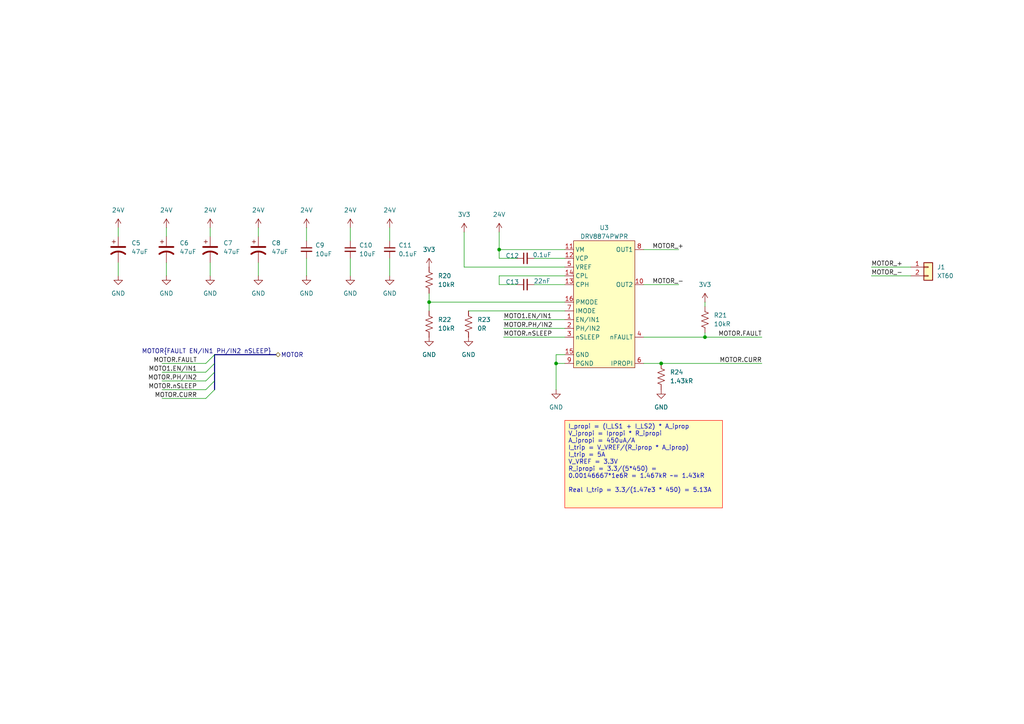
<source format=kicad_sch>
(kicad_sch (version 20231120) (generator "eeschema") (generator_version "8.0")
  (paper "A4")
  (title_block (title "${SHEETNAME}") (date "2024-11-22") (rev "1.0.0") (company "Demeter") (comment 1 "Akshat Doctor"))
  (lib_symbols
    (symbol "Connector_Generic:Conn_01x02" (pin_names (offset 1.016) hide)
      (property "Reference" "J" (at 0 2.54 0))
      (property "Value" "Conn_01x02" (at 0 -5.08 0))
      (symbol "Conn_01x02_1_1"
        (rectangle (start -1.27 -2.413) (end 0 -2.667) (stroke (width 0.1524)))
        (rectangle (start -1.27 0.127) (end 0 -0.127) (stroke (width 0.1524)))
        (rectangle (start -1.27 1.27) (end 1.27 -3.81) (stroke (width 0.254)) (fill (type background)))
        (pin passive line (at -5.08 0 0) (length 3.81) (name "Pin_1") (number "1"))
        (pin passive line (at -5.08 -2.54 0) (length 3.81) (name "Pin_2") (number "2"))
      )
    )
    (symbol "Demeter_Extra:DRV8874"
      (property "Reference" "U4" (at 8.89 40.64 0))
      (property "Value" "DRV8874PWPR" (at 8.89 38.1 0))
      (symbol "DRV8874_1_1"
        (rectangle (start 0 36.83) (end 17.78 0) (fill (type background)))
        (pin input line (at -2.54 13.97 0) (length 2.54) (name "EN/IN1") (number "1"))
        (pin input line (at 20.32 24.13 180) (length 2.54) (name "OUT2") (number "10"))
        (pin input line (at -2.54 34.29 0) (length 2.54) (name "VM") (number "11"))
        (pin input line (at -2.54 31.75 0) (length 2.54) (name "VCP") (number "12"))
        (pin input line (at -2.54 24.13 0) (length 2.54) (name "CPH") (number "13"))
        (pin input line (at -2.54 26.67 0) (length 2.54) (name "CPL") (number "14"))
        (pin input line (at -2.54 3.81 0) (length 2.54) (name "GND") (number "15"))
        (pin input line (at -2.54 19.05 0) (length 2.54) (name "PMODE") (number "16"))
        (pin input line (at -2.54 11.43 0) (length 2.54) (name "PH/IN2") (number "2"))
        (pin input line (at -2.54 8.89 0) (length 2.54) (name "nSLEEP") (number "3"))
        (pin input line (at 20.32 8.89 180) (length 2.54) (name "nFAULT") (number "4"))
        (pin input line (at -2.54 29.21 0) (length 2.54) (name "VREF") (number "5"))
        (pin input line (at 20.32 1.27 180) (length 2.54) (name "IPROPI") (number "6"))
        (pin input line (at -2.54 16.51 0) (length 2.54) (name "IMODE") (number "7"))
        (pin input line (at 20.32 34.29 180) (length 2.54) (name "OUT1") (number "8"))
        (pin input line (at -2.54 1.27 0) (length 2.54) (name "PGND") (number "9"))
      )
    )
    (symbol "Device:C_Polarized_US" (pin_numbers hide) (pin_names (offset 0.254) hide)
      (property "Reference" "C" (at 0.635 2.54 0))
      (property "Value" "C_Polarized_US" (at 0.635 -2.54 0))
      (symbol "C_Polarized_US_0_1"
        (polyline (pts (xy -2.032 0.762) (xy 2.032 0.762)) (stroke (width 0.508)))
        (polyline (pts (xy -1.778 2.286) (xy -0.762 2.286)))
        (polyline (pts (xy -1.27 1.778) (xy -1.27 2.794)))
        (arc (start 2.032 -1.27) (mid 0 -0.5572) (end -2.032 -1.27) (stroke (width 0.508)))
      )
      (symbol "C_Polarized_US_1_1"
        (pin passive line (at 0 3.81 270) (length 2.794) (name "~") (number "1"))
        (pin passive line (at 0 -3.81 90) (length 3.302) (name "~") (number "2"))
      )
    )
    (symbol "Device:C_Small" (pin_numbers hide) (pin_names (offset 0.254) hide)
      (property "Reference" "C" (at 0.254 1.778 0))
      (property "Value" "C_Small" (at 0.254 -2.032 0))
      (symbol "C_Small_0_1"
        (polyline (pts (xy -1.524 -0.508) (xy 1.524 -0.508)) (stroke (width 0.3302)))
        (polyline (pts (xy -1.524 0.508) (xy 1.524 0.508)) (stroke (width 0.3048)))
      )
      (symbol "C_Small_1_1"
        (pin passive line (at 0 2.54 270) (length 2.032) (name "~") (number "1"))
        (pin passive line (at 0 -2.54 90) (length 2.032) (name "~") (number "2"))
      )
    )
    (symbol "Device:R_US" (pin_numbers hide) (pin_names (offset 0))
      (property "Reference" "R" (at 2.54 0 90))
      (property "Value" "R_US" (at -2.54 0 90))
      (symbol "R_US_0_1"
        (polyline (pts (xy 0 -2.286) (xy 0 -2.54)))
        (polyline (pts (xy 0 2.286) (xy 0 2.54)))
        (polyline (pts (xy 0 -0.762) (xy 1.016 -1.143) (xy 0 -1.524) (xy -1.016 -1.905) (xy 0 -2.286)))
        (polyline (pts (xy 0 0.762) (xy 1.016 0.381) (xy 0 0) (xy -1.016 -0.381) (xy 0 -0.762)))
        (polyline (pts (xy 0 2.286) (xy 1.016 1.905) (xy 0 1.524) (xy -1.016 1.143) (xy 0 0.762)))
      )
      (symbol "R_US_1_1"
        (pin passive line (at 0 3.81 270) (length 1.27) (name "~") (number "1"))
        (pin passive line (at 0 -3.81 90) (length 1.27) (name "~") (number "2"))
      )
    )
    (symbol "power:GND" (power) (pin_numbers hide) (pin_names (offset 0) hide)
      (property "Value" "GND" (at 0 -3.81 0))
      (symbol "GND_0_1"
        (polyline (pts (xy 0 0) (xy 0 -1.27) (xy 1.27 -1.27) (xy 0 -2.54) (xy -1.27 -1.27) (xy 0 -1.27)))
      )
      (symbol "GND_1_1"
        (pin power_in line (at 0 0 270) (length 0) (name "~") (number "1"))
      )
    )
    (symbol "power:VBUS" (power) (pin_numbers hide) (pin_names (offset 0) hide)
      (property "Value" "VBUS" (at 0 3.556 0))
      (symbol "VBUS_0_1"
        (polyline (pts (xy -0.762 1.27) (xy 0 2.54)))
        (polyline (pts (xy 0 0) (xy 0 2.54)))
        (polyline (pts (xy 0 2.54) (xy 0.762 1.27)))
      )
      (symbol "VBUS_1_1"
        (pin power_in line (at 0 0 90) (length 0) (name "~") (number "1"))
      )
    )
  )
  (junction (at 161.29 105.41))
  (junction (at 204.47 97.79))
  (junction (at 191.77 105.41))
  (junction (at 124.46 87.63))
  (junction (at 144.78 72.39))
  (bus_entry (at 62.23 110.49) (size -2.54 2.54))
  (bus_entry (at 62.23 107.95) (size -2.54 2.54))
  (bus_entry (at 62.23 113.03) (size -2.54 2.54))
  (bus_entry (at 62.23 102.87) (size -2.54 2.54))
  (bus_entry (at 62.23 105.41) (size -2.54 2.54))
  (wire (pts (xy 60.96 76.2) (xy 60.96 80.01)))
  (wire (pts (xy 154.94 82.55) (xy 163.83 82.55)))
  (wire (pts (xy 186.69 72.39) (xy 196.85 72.39)))
  (wire (pts (xy 48.26 76.2) (xy 48.26 80.01)))
  (wire (pts (xy 74.93 66.04) (xy 74.93 68.58)))
  (wire (pts (xy 124.46 85.09) (xy 124.46 87.63)))
  (wire (pts (xy 144.78 82.55) (xy 149.86 82.55)))
  (wire (pts (xy 46.99 115.57) (xy 59.69 115.57)))
  (wire (pts (xy 161.29 105.41) (xy 163.83 105.41)))
  (wire (pts (xy 124.46 87.63) (xy 124.46 90.17)))
  (wire (pts (xy 101.6 66.04) (xy 101.6 69.85)))
  (wire (pts (xy 46.99 110.49) (xy 59.69 110.49)))
  (wire (pts (xy 88.9 66.04) (xy 88.9 69.85)))
  (wire (pts (xy 144.78 74.93) (xy 144.78 72.39)))
  (wire (pts (xy 60.96 66.04) (xy 60.96 68.58)))
  (wire (pts (xy 186.69 97.79) (xy 204.47 97.79)))
  (wire (pts (xy 144.78 67.31) (xy 144.78 72.39)))
  (wire (pts (xy 134.62 77.47) (xy 163.83 77.47)))
  (wire (pts (xy 74.93 76.2) (xy 74.93 80.01)))
  (wire (pts (xy 88.9 74.93) (xy 88.9 80.01)))
  (bus (pts (xy 62.23 107.95) (xy 62.23 105.41)))
  (wire (pts (xy 186.69 82.55) (xy 196.85 82.55)))
  (wire (pts (xy 163.83 102.87) (xy 161.29 102.87)))
  (bus (pts (xy 62.23 110.49) (xy 62.23 107.95)))
  (wire (pts (xy 161.29 105.41) (xy 161.29 113.03)))
  (wire (pts (xy 124.46 87.63) (xy 163.83 87.63)))
  (wire (pts (xy 34.29 76.2) (xy 34.29 80.01)))
  (wire (pts (xy 191.77 105.41) (xy 220.98 105.41)))
  (wire (pts (xy 163.83 72.39) (xy 144.78 72.39)))
  (wire (pts (xy 149.86 74.93) (xy 144.78 74.93)))
  (bus (pts (xy 62.23 110.49) (xy 62.23 113.03)))
  (wire (pts (xy 252.73 77.47) (xy 264.16 77.47)))
  (wire (pts (xy 135.89 90.17) (xy 163.83 90.17)))
  (wire (pts (xy 146.05 97.79) (xy 163.83 97.79)))
  (wire (pts (xy 204.47 97.79) (xy 220.98 97.79)))
  (wire (pts (xy 252.73 80.01) (xy 264.16 80.01)))
  (wire (pts (xy 46.99 113.03) (xy 59.69 113.03)))
  (wire (pts (xy 113.03 66.04) (xy 113.03 69.85)))
  (wire (pts (xy 134.62 67.31) (xy 134.62 77.47)))
  (wire (pts (xy 163.83 80.01) (xy 144.78 80.01)))
  (bus (pts (xy 62.23 105.41) (xy 62.23 102.87)))
  (wire (pts (xy 46.99 107.95) (xy 59.69 107.95)))
  (wire (pts (xy 146.05 95.25) (xy 163.83 95.25)))
  (wire (pts (xy 113.03 74.93) (xy 113.03 80.01)))
  (wire (pts (xy 146.05 92.71) (xy 163.83 92.71)))
  (wire (pts (xy 204.47 87.63) (xy 204.47 88.9)))
  (wire (pts (xy 101.6 74.93) (xy 101.6 80.01)))
  (wire (pts (xy 186.69 105.41) (xy 191.77 105.41)))
  (wire (pts (xy 144.78 80.01) (xy 144.78 82.55)))
  (bus (pts (xy 62.23 102.87) (xy 80.01 102.87)))
  (wire (pts (xy 48.26 66.04) (xy 48.26 68.58)))
  (wire (pts (xy 34.29 66.04) (xy 34.29 68.58)))
  (wire (pts (xy 204.47 97.79) (xy 204.47 96.52)))
  (wire (pts (xy 154.94 74.93) (xy 163.83 74.93)))
  (wire (pts (xy 161.29 102.87) (xy 161.29 105.41)))
  (wire (pts (xy 46.99 105.41) (xy 59.69 105.41)))
  (text_box "I_propi = (I_LS1 + I_LS2) * A_iprop\nV_ipropi = Ipropi * R_ipropi\nA_ipropi = 450uA/A\nI_trip = V_VREF/(R_iprop * A_iprop)\nI_trip = 5A\nV_VREF = 3.3V\nR_ipropi = 3.3/(5*450) = 0.00146667*1e6R = 1.467kR ~= 1.43kR\n\nReal I_trip = 3.3/(1.47e3 * 450) = 5.13A" (at 163.83 121.92 0) (size 45.72 25.4) (stroke (width 0) (color 255 0 0 1)) (fill (type color) (color 255 255 194 1)) (effects (font (size 1.27 1.27)) (justify left top)))
  (label "MOTO1.EN{slash}IN1" (at 146.05 92.71 0))
  (label "MOTOR.CURR" (at 220.98 105.41 180))
  (label "MOTOR.FAULT" (at 220.98 97.79 180))
  (label "MOTOR_+" (at 252.73 77.47 0))
  (label "MOTOR{FAULT EN{slash}IN1 PH{slash}IN2 nSLEEP}" (at 78.74 102.87 180))
  (label "MOTOR_-" (at 252.73 80.01 0))
  (label "MOTOR.PH{slash}IN2" (at 146.05 95.25 0))
  (label "MOTOR.CURR" (at 57.15 115.57 180))
  (label "MOTOR_-" (at 189.23 82.55 0))
  (label "MOTOR_+" (at 189.23 72.39 0))
  (label "MOTOR.FAULT" (at 57.15 105.41 180))
  (label "MOTOR.PH{slash}IN2" (at 57.15 110.49 180))
  (label "MOTO1.EN{slash}IN1" (at 57.15 107.95 180))
  (label "MOTOR.nSLEEP" (at 57.15 113.03 180))
  (label "MOTOR.nSLEEP" (at 146.05 97.79 0))
  (hierarchical_label "MOTOR" (shape bidirectional) (at 80.01 102.87 0))
  (symbol (lib_id "power:GND") (at 48.26 80.01 0) (unit 1)
    (property "Reference" "#PWR036" (effects (hide yes)))
    (property "Value" "GND" (at 48.26 85.09 0))
    (property "Description" "Power symbol creates a global label with name \"GND\" , ground" (effects (hide yes)))
    (instances (project "Germination" (path "" (reference "#PWR036") (unit 1)) (path "" (reference "#PWR0110") (unit 1))))
  )
  (symbol (lib_id "power:VBUS") (at 144.78 67.31 0) (mirror y) (unit 1)
    (property "Reference" "#PWR033" (effects (hide yes)))
    (property "Value" "24V" (at 144.78 62.23 0))
    (property "Description" "Power symbol creates a global label with name \"VBUS\"" (effects (hide yes)))
    (instances (project "Germination" (path "" (reference "#PWR033") (unit 1)) (path "" (reference "#PWR0107") (unit 1))))
  )
  (symbol (lib_id "power:GND") (at 161.29 113.03 0) (unit 1)
    (property "Reference" "#PWR045" (effects (hide yes)))
    (property "Value" "GND" (at 161.29 118.11 0))
    (property "Description" "Power symbol creates a global label with name \"GND\" , ground" (effects (hide yes)))
    (instances (project "Germination" (path "" (reference "#PWR045") (unit 1)) (path "" (reference "#PWR0119") (unit 1))))
  )
  (symbol (lib_id "Device:C_Small") (at 113.03 72.39 0) (unit 1)
    (property "Reference" "C11" (at 115.57 71.1262 0) (effects (justify left)))
    (property "Value" "0.1uF" (at 115.57 73.6662 0) (effects (justify left)))
    (property "Description" "Unpolarized capacitor, small symbol" (effects (hide yes)))
    (instances (project "Germination" (path "" (reference "C11") (unit 1)) (path "" (reference "C33") (unit 1))))
  )
  (symbol (lib_id "Device:C_Polarized_US") (at 48.26 72.39 0) (unit 1)
    (property "Reference" "C6" (at 52.07 70.4849 0) (effects (justify left)))
    (property "Value" "47uF" (at 52.07 73.0249 0) (effects (justify left)))
    (property "Description" "Polarized capacitor, US symbol" (effects (hide yes)))
    (instances (project "Germination" (path "" (reference "C6") (unit 1)) (path "" (reference "C28") (unit 1))))
  )
  (symbol (lib_id "Device:C_Small") (at 152.4 82.55 90) (unit 1)
    (property "Reference" "C13" (at 148.59 81.788 90))
    (property "Value" "22nF" (at 157.226 81.534 90))
    (property "Description" "Unpolarized capacitor, small symbol" (effects (hide yes)))
    (instances (project "Germination" (path "" (reference "C13") (unit 1)) (path "" (reference "C35") (unit 1))))
  )
  (symbol (lib_id "power:VBUS") (at 134.62 67.31 0) (mirror y) (unit 1)
    (property "Reference" "#PWR032" (effects (hide yes)))
    (property "Value" "3V3" (at 134.62 62.23 0))
    (property "Description" "Power symbol creates a global label with name \"VBUS\"" (effects (hide yes)))
    (instances (project "Germination" (path "" (reference "#PWR032") (unit 1)) (path "" (reference "#PWR0106") (unit 1))))
  )
  (symbol (lib_id "power:VBUS") (at 74.93 66.04 0) (mirror y) (unit 1)
    (property "Reference" "#PWR028" (effects (hide yes)))
    (property "Value" "24V" (at 74.93 60.96 0))
    (property "Description" "Power symbol creates a global label with name \"VBUS\"" (effects (hide yes)))
    (instances (project "Germination" (path "" (reference "#PWR028") (unit 1)) (path "" (reference "#PWR0102") (unit 1))))
  )
  (symbol (lib_id "power:GND") (at 34.29 80.01 0) (unit 1)
    (property "Reference" "#PWR035" (effects (hide yes)))
    (property "Value" "GND" (at 34.29 85.09 0))
    (property "Description" "Power symbol creates a global label with name \"GND\" , ground" (effects (hide yes)))
    (instances (project "Germination" (path "" (reference "#PWR035") (unit 1)) (path "" (reference "#PWR0109") (unit 1))))
  )
  (symbol (lib_id "power:VBUS") (at 124.46 77.47 0) (mirror y) (unit 1)
    (property "Reference" "#PWR034" (effects (hide yes)))
    (property "Value" "3V3" (at 124.46 72.39 0))
    (property "Description" "Power symbol creates a global label with name \"VBUS\"" (effects (hide yes)))
    (instances (project "Germination" (path "" (reference "#PWR034") (unit 1)) (path "" (reference "#PWR0108") (unit 1))))
  )
  (symbol (lib_id "Device:C_Small") (at 152.4 74.93 90) (unit 1)
    (property "Reference" "C12" (at 148.59 74.168 90))
    (property "Value" "0.1uF" (at 157.226 73.914 90))
    (property "Description" "Unpolarized capacitor, small symbol" (effects (hide yes)))
    (instances (project "Germination" (path "" (reference "C12") (unit 1)) (path "" (reference "C34") (unit 1))))
  )
  (symbol (lib_id "Device:R_US") (at 124.46 81.28 0) (unit 1)
    (property "Reference" "R20" (at 127 80.0099 0) (effects (justify left)))
    (property "Value" "10kR" (at 127 82.5499 0) (effects (justify left)))
    (property "Description" "Resistor, US symbol" (effects (hide yes)))
    (instances (project "Germination" (path "" (reference "R20") (unit 1)) (path "" (reference "R49") (unit 1))))
  )
  (symbol (lib_id "power:GND") (at 88.9 80.01 0) (unit 1)
    (property "Reference" "#PWR039" (effects (hide yes)))
    (property "Value" "GND" (at 88.9 85.09 0))
    (property "Description" "Power symbol creates a global label with name \"GND\" , ground" (effects (hide yes)))
    (instances (project "Germination" (path "" (reference "#PWR039") (unit 1)) (path "" (reference "#PWR0113") (unit 1))))
  )
  (symbol (lib_id "power:VBUS") (at 101.6 66.04 0) (mirror y) (unit 1)
    (property "Reference" "#PWR030" (effects (hide yes)))
    (property "Value" "24V" (at 101.6 60.96 0))
    (property "Description" "Power symbol creates a global label with name \"VBUS\"" (effects (hide yes)))
    (instances (project "Germination" (path "" (reference "#PWR030") (unit 1)) (path "" (reference "#PWR0104") (unit 1))))
  )
  (symbol (lib_id "power:VBUS") (at 88.9 66.04 0) (mirror y) (unit 1)
    (property "Reference" "#PWR029" (effects (hide yes)))
    (property "Value" "24V" (at 88.9 60.96 0))
    (property "Description" "Power symbol creates a global label with name \"VBUS\"" (effects (hide yes)))
    (instances (project "Germination" (path "" (reference "#PWR029") (unit 1)) (path "" (reference "#PWR0103") (unit 1))))
  )
  (symbol (lib_id "power:GND") (at 124.46 97.79 0) (unit 1)
    (property "Reference" "#PWR043" (effects (hide yes)))
    (property "Value" "GND" (at 124.46 102.87 0))
    (property "Description" "Power symbol creates a global label with name \"GND\" , ground" (effects (hide yes)))
    (instances (project "Germination" (path "" (reference "#PWR043") (unit 1)) (path "" (reference "#PWR0117") (unit 1))))
  )
  (symbol (lib_id "Device:R_US") (at 135.89 93.98 0) (unit 1)
    (property "Reference" "R23" (at 138.43 92.7099 0) (effects (justify left)))
    (property "Value" "0R" (at 138.43 95.2499 0) (effects (justify left)))
    (property "Description" "Resistor, US symbol" (effects (hide yes)))
    (instances (project "Germination" (path "" (reference "R23") (unit 1)) (path "" (reference "R52") (unit 1))))
  )
  (symbol (lib_id "power:VBUS") (at 34.29 66.04 0) (mirror y) (unit 1)
    (property "Reference" "#PWR025" (effects (hide yes)))
    (property "Value" "24V" (at 34.29 60.96 0))
    (property "Description" "Power symbol creates a global label with name \"VBUS\"" (effects (hide yes)))
    (instances (project "Germination" (path "" (reference "#PWR025") (unit 1)) (path "" (reference "#PWR099") (unit 1))))
  )
  (symbol (lib_id "Connector_Generic:Conn_01x02") (at 269.24 77.47 0) (unit 1)
    (property "Reference" "J1" (at 271.78 77.4699 0) (effects (justify left)))
    (property "Value" "XT60" (at 271.78 80.0099 0) (effects (justify left)))
    (property "Description" "Generic connector, single row, 01x02, script generated (kicad-library-utils/schlib/autogen/connector/)" (effects (hide yes)))
    (instances (project "Germination" (path "" (reference "J1") (unit 1)) (path "" (reference "J6") (unit 1))))
  )
  (symbol (lib_id "power:VBUS") (at 48.26 66.04 0) (mirror y) (unit 1)
    (property "Reference" "#PWR026" (effects (hide yes)))
    (property "Value" "24V" (at 48.26 60.96 0))
    (property "Description" "Power symbol creates a global label with name \"VBUS\"" (effects (hide yes)))
    (instances (project "Germination" (path "" (reference "#PWR026") (unit 1)) (path "" (reference "#PWR0100") (unit 1))))
  )
  (symbol (lib_id "Device:C_Small") (at 88.9 72.39 0) (unit 1)
    (property "Reference" "C9" (at 91.44 71.1262 0) (effects (justify left)))
    (property "Value" "10uF" (at 91.44 73.6662 0) (effects (justify left)))
    (property "Description" "Unpolarized capacitor, small symbol" (effects (hide yes)))
    (instances (project "Germination" (path "" (reference "C9") (unit 1)) (path "" (reference "C31") (unit 1))))
  )
  (symbol (lib_id "power:GND") (at 60.96 80.01 0) (unit 1)
    (property "Reference" "#PWR037" (effects (hide yes)))
    (property "Value" "GND" (at 60.96 85.09 0))
    (property "Description" "Power symbol creates a global label with name \"GND\" , ground" (effects (hide yes)))
    (instances (project "Germination" (path "" (reference "#PWR037") (unit 1)) (path "" (reference "#PWR0111") (unit 1))))
  )
  (symbol (lib_id "power:GND") (at 135.89 97.79 0) (unit 1)
    (property "Reference" "#PWR044" (effects (hide yes)))
    (property "Value" "GND" (at 135.89 102.87 0))
    (property "Description" "Power symbol creates a global label with name \"GND\" , ground" (effects (hide yes)))
    (instances (project "Germination" (path "" (reference "#PWR044") (unit 1)) (path "" (reference "#PWR0118") (unit 1))))
  )
  (symbol (lib_id "Device:C_Polarized_US") (at 74.93 72.39 0) (unit 1)
    (property "Reference" "C8" (at 78.74 70.4849 0) (effects (justify left)))
    (property "Value" "47uF" (at 78.74 73.0249 0) (effects (justify left)))
    (property "Description" "Polarized capacitor, US symbol" (effects (hide yes)))
    (instances (project "Germination" (path "" (reference "C8") (unit 1)) (path "" (reference "C30") (unit 1))))
  )
  (symbol (lib_id "power:GND") (at 101.6 80.01 0) (unit 1)
    (property "Reference" "#PWR040" (effects (hide yes)))
    (property "Value" "GND" (at 101.6 85.09 0))
    (property "Description" "Power symbol creates a global label with name \"GND\" , ground" (effects (hide yes)))
    (instances (project "Germination" (path "" (reference "#PWR040") (unit 1)) (path "" (reference "#PWR0114") (unit 1))))
  )
  (symbol (lib_id "power:VBUS") (at 113.03 66.04 0) (mirror y) (unit 1)
    (property "Reference" "#PWR031" (effects (hide yes)))
    (property "Value" "24V" (at 113.03 60.96 0))
    (property "Description" "Power symbol creates a global label with name \"VBUS\"" (effects (hide yes)))
    (instances (project "Germination" (path "" (reference "#PWR031") (unit 1)) (path "" (reference "#PWR0105") (unit 1))))
  )
  (symbol (lib_id "power:GND") (at 191.77 113.03 0) (unit 1)
    (property "Reference" "#PWR046" (effects (hide yes)))
    (property "Value" "GND" (at 191.77 118.11 0))
    (property "Description" "Power symbol creates a global label with name \"GND\" , ground" (effects (hide yes)))
    (instances (project "Germination" (path "" (reference "#PWR046") (unit 1)) (path "" (reference "#PWR0120") (unit 1))))
  )
  (symbol (lib_id "Device:R_US") (at 191.77 109.22 0) (unit 1)
    (property "Reference" "R24" (at 194.31 107.9499 0) (effects (justify left)))
    (property "Value" "1.43kR" (at 194.31 110.4899 0) (effects (justify left)))
    (property "Description" "Resistor, US symbol" (effects (hide yes)))
    (instances (project "Germination" (path "" (reference "R24") (unit 1)) (path "" (reference "R53") (unit 1))))
  )
  (symbol (lib_id "power:GND") (at 113.03 80.01 0) (unit 1)
    (property "Reference" "#PWR041" (effects (hide yes)))
    (property "Value" "GND" (at 113.03 85.09 0))
    (property "Description" "Power symbol creates a global label with name \"GND\" , ground" (effects (hide yes)))
    (instances (project "Germination" (path "" (reference "#PWR041") (unit 1)) (path "" (reference "#PWR0115") (unit 1))))
  )
  (symbol (lib_id "Device:C_Small") (at 101.6 72.39 0) (unit 1)
    (property "Reference" "C10" (at 104.14 71.1262 0) (effects (justify left)))
    (property "Value" "10uF" (at 104.14 73.6662 0) (effects (justify left)))
    (property "Description" "Unpolarized capacitor, small symbol" (effects (hide yes)))
    (instances (project "Germination" (path "" (reference "C10") (unit 1)) (path "" (reference "C32") (unit 1))))
  )
  (symbol (lib_id "Device:R_US") (at 124.46 93.98 0) (unit 1)
    (property "Reference" "R22" (at 127 92.7099 0) (effects (justify left)))
    (property "Value" "10kR" (at 127 95.2499 0) (effects (justify left)))
    (property "Description" "Resistor, US symbol" (effects (hide yes)))
    (instances (project "Germination" (path "" (reference "R22") (unit 1)) (path "" (reference "R51") (unit 1))))
  )
  (symbol (lib_id "Demeter_Extra:DRV8874") (at 166.37 106.68 0) (unit 1)
    (property "Reference" "U3" (at 175.26 66.04 0))
    (property "Value" "DRV8874PWPR" (at 175.26 68.58 0))
    (instances (project "Germination" (path "" (reference "U3") (unit 1)) (path "" (reference "U9") (unit 1))))
  )
  (symbol (lib_id "power:VBUS") (at 60.96 66.04 0) (mirror y) (unit 1)
    (property "Reference" "#PWR027" (effects (hide yes)))
    (property "Value" "24V" (at 60.96 60.96 0))
    (property "Description" "Power symbol creates a global label with name \"VBUS\"" (effects (hide yes)))
    (instances (project "Germination" (path "" (reference "#PWR027") (unit 1)) (path "" (reference "#PWR0101") (unit 1))))
  )
  (symbol (lib_id "power:VBUS") (at 204.47 87.63 0) (mirror y) (unit 1)
    (property "Reference" "#PWR042" (effects (hide yes)))
    (property "Value" "3V3" (at 204.47 82.55 0))
    (property "Description" "Power symbol creates a global label with name \"VBUS\"" (effects (hide yes)))
    (instances (project "Germination" (path "" (reference "#PWR042") (unit 1)) (path "" (reference "#PWR0116") (unit 1))))
  )
  (symbol (lib_id "power:GND") (at 74.93 80.01 0) (unit 1)
    (property "Reference" "#PWR038" (effects (hide yes)))
    (property "Value" "GND" (at 74.93 85.09 0))
    (property "Description" "Power symbol creates a global label with name \"GND\" , ground" (effects (hide yes)))
    (instances (project "Germination" (path "" (reference "#PWR038") (unit 1)) (path "" (reference "#PWR0112") (unit 1))))
  )
  (symbol (lib_id "Device:C_Polarized_US") (at 60.96 72.39 0) (unit 1)
    (property "Reference" "C7" (at 64.77 70.4849 0) (effects (justify left)))
    (property "Value" "47uF" (at 64.77 73.0249 0) (effects (justify left)))
    (property "Description" "Polarized capacitor, US symbol" (effects (hide yes)))
    (instances (project "Germination" (path "" (reference "C7") (unit 1)) (path "" (reference "C29") (unit 1))))
  )
  (symbol (lib_id "Device:R_US") (at 204.47 92.71 0) (unit 1)
    (property "Reference" "R21" (at 207.01 91.4399 0) (effects (justify left)))
    (property "Value" "10kR" (at 207.01 93.9799 0) (effects (justify left)))
    (property "Description" "Resistor, US symbol" (effects (hide yes)))
    (instances (project "Germination" (path "" (reference "R21") (unit 1)) (path "" (reference "R50") (unit 1))))
  )
  (symbol (lib_id "Device:C_Polarized_US") (at 34.29 72.39 0) (unit 1)
    (property "Reference" "C5" (at 38.1 70.4849 0) (effects (justify left)))
    (property "Value" "47uF" (at 38.1 73.0249 0) (effects (justify left)))
    (property "Description" "Polarized capacitor, US symbol" (effects (hide yes)))
    (instances (project "Germination" (path "" (reference "C5") (unit 1)) (path "" (reference "C27") (unit 1))))
  )
)
</source>
